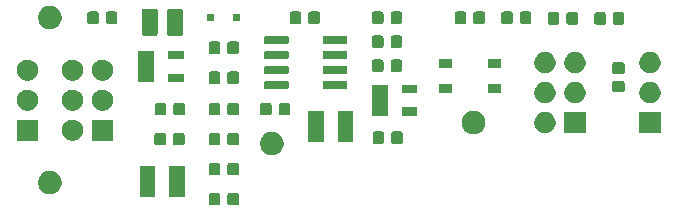
<source format=gbr>
G04 #@! TF.GenerationSoftware,KiCad,Pcbnew,(5.1.5)-3*
G04 #@! TF.CreationDate,2020-10-19T00:58:10-04:00*
G04 #@! TF.ProjectId,Updifier,55706469-6669-4657-922e-6b696361645f,rev?*
G04 #@! TF.SameCoordinates,Original*
G04 #@! TF.FileFunction,Soldermask,Top*
G04 #@! TF.FilePolarity,Negative*
%FSLAX46Y46*%
G04 Gerber Fmt 4.6, Leading zero omitted, Abs format (unit mm)*
G04 Created by KiCad (PCBNEW (5.1.5)-3) date 2020-10-19 00:58:10*
%MOMM*%
%LPD*%
G04 APERTURE LIST*
%ADD10C,0.100000*%
G04 APERTURE END LIST*
D10*
G36*
X43801591Y-39610085D02*
G01*
X43835569Y-39620393D01*
X43866890Y-39637134D01*
X43894339Y-39659661D01*
X43916866Y-39687110D01*
X43933607Y-39718431D01*
X43943915Y-39752409D01*
X43948000Y-39793890D01*
X43948000Y-40470110D01*
X43943915Y-40511591D01*
X43933607Y-40545569D01*
X43916866Y-40576890D01*
X43894339Y-40604339D01*
X43866890Y-40626866D01*
X43835569Y-40643607D01*
X43801591Y-40653915D01*
X43760110Y-40658000D01*
X43158890Y-40658000D01*
X43117409Y-40653915D01*
X43083431Y-40643607D01*
X43052110Y-40626866D01*
X43024661Y-40604339D01*
X43002134Y-40576890D01*
X42985393Y-40545569D01*
X42975085Y-40511591D01*
X42971000Y-40470110D01*
X42971000Y-39793890D01*
X42975085Y-39752409D01*
X42985393Y-39718431D01*
X43002134Y-39687110D01*
X43024661Y-39659661D01*
X43052110Y-39637134D01*
X43083431Y-39620393D01*
X43117409Y-39610085D01*
X43158890Y-39606000D01*
X43760110Y-39606000D01*
X43801591Y-39610085D01*
G37*
G36*
X42226591Y-39610085D02*
G01*
X42260569Y-39620393D01*
X42291890Y-39637134D01*
X42319339Y-39659661D01*
X42341866Y-39687110D01*
X42358607Y-39718431D01*
X42368915Y-39752409D01*
X42373000Y-39793890D01*
X42373000Y-40470110D01*
X42368915Y-40511591D01*
X42358607Y-40545569D01*
X42341866Y-40576890D01*
X42319339Y-40604339D01*
X42291890Y-40626866D01*
X42260569Y-40643607D01*
X42226591Y-40653915D01*
X42185110Y-40658000D01*
X41583890Y-40658000D01*
X41542409Y-40653915D01*
X41508431Y-40643607D01*
X41477110Y-40626866D01*
X41449661Y-40604339D01*
X41427134Y-40576890D01*
X41410393Y-40545569D01*
X41400085Y-40511591D01*
X41396000Y-40470110D01*
X41396000Y-39793890D01*
X41400085Y-39752409D01*
X41410393Y-39718431D01*
X41427134Y-39687110D01*
X41449661Y-39659661D01*
X41477110Y-39637134D01*
X41508431Y-39620393D01*
X41542409Y-39610085D01*
X41583890Y-39606000D01*
X42185110Y-39606000D01*
X42226591Y-39610085D01*
G37*
G36*
X36866000Y-39909000D02*
G01*
X35564000Y-39909000D01*
X35564000Y-37307000D01*
X36866000Y-37307000D01*
X36866000Y-39909000D01*
G37*
G36*
X39366000Y-39909000D02*
G01*
X38064000Y-39909000D01*
X38064000Y-37307000D01*
X39366000Y-37307000D01*
X39366000Y-39909000D01*
G37*
G36*
X28167290Y-37760619D02*
G01*
X28231689Y-37773429D01*
X28413678Y-37848811D01*
X28577463Y-37958249D01*
X28716751Y-38097537D01*
X28826189Y-38261322D01*
X28901571Y-38443311D01*
X28940000Y-38636509D01*
X28940000Y-38833491D01*
X28901571Y-39026689D01*
X28826189Y-39208678D01*
X28716751Y-39372463D01*
X28577463Y-39511751D01*
X28413678Y-39621189D01*
X28231689Y-39696571D01*
X28167290Y-39709381D01*
X28038493Y-39735000D01*
X27841507Y-39735000D01*
X27712710Y-39709381D01*
X27648311Y-39696571D01*
X27466322Y-39621189D01*
X27302537Y-39511751D01*
X27163249Y-39372463D01*
X27053811Y-39208678D01*
X26978429Y-39026689D01*
X26940000Y-38833491D01*
X26940000Y-38636509D01*
X26978429Y-38443311D01*
X27053811Y-38261322D01*
X27163249Y-38097537D01*
X27302537Y-37958249D01*
X27466322Y-37848811D01*
X27648311Y-37773429D01*
X27712710Y-37760619D01*
X27841507Y-37735000D01*
X28038493Y-37735000D01*
X28167290Y-37760619D01*
G37*
G36*
X42226591Y-37070085D02*
G01*
X42260569Y-37080393D01*
X42291890Y-37097134D01*
X42319339Y-37119661D01*
X42341866Y-37147110D01*
X42358607Y-37178431D01*
X42368915Y-37212409D01*
X42373000Y-37253890D01*
X42373000Y-37930110D01*
X42368915Y-37971591D01*
X42358607Y-38005569D01*
X42341866Y-38036890D01*
X42319339Y-38064339D01*
X42291890Y-38086866D01*
X42260569Y-38103607D01*
X42226591Y-38113915D01*
X42185110Y-38118000D01*
X41583890Y-38118000D01*
X41542409Y-38113915D01*
X41508431Y-38103607D01*
X41477110Y-38086866D01*
X41449661Y-38064339D01*
X41427134Y-38036890D01*
X41410393Y-38005569D01*
X41400085Y-37971591D01*
X41396000Y-37930110D01*
X41396000Y-37253890D01*
X41400085Y-37212409D01*
X41410393Y-37178431D01*
X41427134Y-37147110D01*
X41449661Y-37119661D01*
X41477110Y-37097134D01*
X41508431Y-37080393D01*
X41542409Y-37070085D01*
X41583890Y-37066000D01*
X42185110Y-37066000D01*
X42226591Y-37070085D01*
G37*
G36*
X43801591Y-37070085D02*
G01*
X43835569Y-37080393D01*
X43866890Y-37097134D01*
X43894339Y-37119661D01*
X43916866Y-37147110D01*
X43933607Y-37178431D01*
X43943915Y-37212409D01*
X43948000Y-37253890D01*
X43948000Y-37930110D01*
X43943915Y-37971591D01*
X43933607Y-38005569D01*
X43916866Y-38036890D01*
X43894339Y-38064339D01*
X43866890Y-38086866D01*
X43835569Y-38103607D01*
X43801591Y-38113915D01*
X43760110Y-38118000D01*
X43158890Y-38118000D01*
X43117409Y-38113915D01*
X43083431Y-38103607D01*
X43052110Y-38086866D01*
X43024661Y-38064339D01*
X43002134Y-38036890D01*
X42985393Y-38005569D01*
X42975085Y-37971591D01*
X42971000Y-37930110D01*
X42971000Y-37253890D01*
X42975085Y-37212409D01*
X42985393Y-37178431D01*
X43002134Y-37147110D01*
X43024661Y-37119661D01*
X43052110Y-37097134D01*
X43083431Y-37080393D01*
X43117409Y-37070085D01*
X43158890Y-37066000D01*
X43760110Y-37066000D01*
X43801591Y-37070085D01*
G37*
G36*
X46933335Y-34452661D02*
G01*
X47027689Y-34471429D01*
X47209678Y-34546811D01*
X47373463Y-34656249D01*
X47512751Y-34795537D01*
X47622189Y-34959322D01*
X47697571Y-35141311D01*
X47707455Y-35191000D01*
X47736000Y-35334507D01*
X47736000Y-35531493D01*
X47726749Y-35578000D01*
X47697571Y-35724689D01*
X47622189Y-35906678D01*
X47512751Y-36070463D01*
X47373463Y-36209751D01*
X47209678Y-36319189D01*
X47027689Y-36394571D01*
X46963290Y-36407381D01*
X46834493Y-36433000D01*
X46637507Y-36433000D01*
X46508710Y-36407381D01*
X46444311Y-36394571D01*
X46262322Y-36319189D01*
X46098537Y-36209751D01*
X45959249Y-36070463D01*
X45849811Y-35906678D01*
X45774429Y-35724689D01*
X45745251Y-35578000D01*
X45736000Y-35531493D01*
X45736000Y-35334507D01*
X45764545Y-35191000D01*
X45774429Y-35141311D01*
X45849811Y-34959322D01*
X45959249Y-34795537D01*
X46098537Y-34656249D01*
X46262322Y-34546811D01*
X46444311Y-34471429D01*
X46538665Y-34452661D01*
X46637507Y-34433000D01*
X46834493Y-34433000D01*
X46933335Y-34452661D01*
G37*
G36*
X42226591Y-34530085D02*
G01*
X42260569Y-34540393D01*
X42291890Y-34557134D01*
X42319339Y-34579661D01*
X42341866Y-34607110D01*
X42358607Y-34638431D01*
X42368915Y-34672409D01*
X42373000Y-34713890D01*
X42373000Y-35390110D01*
X42368915Y-35431591D01*
X42358607Y-35465569D01*
X42341866Y-35496890D01*
X42319339Y-35524339D01*
X42291890Y-35546866D01*
X42260569Y-35563607D01*
X42226591Y-35573915D01*
X42185110Y-35578000D01*
X41583890Y-35578000D01*
X41542409Y-35573915D01*
X41508431Y-35563607D01*
X41477110Y-35546866D01*
X41449661Y-35524339D01*
X41427134Y-35496890D01*
X41410393Y-35465569D01*
X41400085Y-35431591D01*
X41396000Y-35390110D01*
X41396000Y-34713890D01*
X41400085Y-34672409D01*
X41410393Y-34638431D01*
X41427134Y-34607110D01*
X41449661Y-34579661D01*
X41477110Y-34557134D01*
X41508431Y-34540393D01*
X41542409Y-34530085D01*
X41583890Y-34526000D01*
X42185110Y-34526000D01*
X42226591Y-34530085D01*
G37*
G36*
X43801591Y-34530085D02*
G01*
X43835569Y-34540393D01*
X43866890Y-34557134D01*
X43894339Y-34579661D01*
X43916866Y-34607110D01*
X43933607Y-34638431D01*
X43943915Y-34672409D01*
X43948000Y-34713890D01*
X43948000Y-35390110D01*
X43943915Y-35431591D01*
X43933607Y-35465569D01*
X43916866Y-35496890D01*
X43894339Y-35524339D01*
X43866890Y-35546866D01*
X43835569Y-35563607D01*
X43801591Y-35573915D01*
X43760110Y-35578000D01*
X43158890Y-35578000D01*
X43117409Y-35573915D01*
X43083431Y-35563607D01*
X43052110Y-35546866D01*
X43024661Y-35524339D01*
X43002134Y-35496890D01*
X42985393Y-35465569D01*
X42975085Y-35431591D01*
X42971000Y-35390110D01*
X42971000Y-34713890D01*
X42975085Y-34672409D01*
X42985393Y-34638431D01*
X43002134Y-34607110D01*
X43024661Y-34579661D01*
X43052110Y-34557134D01*
X43083431Y-34540393D01*
X43117409Y-34530085D01*
X43158890Y-34526000D01*
X43760110Y-34526000D01*
X43801591Y-34530085D01*
G37*
G36*
X39204091Y-34530085D02*
G01*
X39238069Y-34540393D01*
X39269390Y-34557134D01*
X39296839Y-34579661D01*
X39319366Y-34607110D01*
X39336107Y-34638431D01*
X39346415Y-34672409D01*
X39350500Y-34713890D01*
X39350500Y-35390110D01*
X39346415Y-35431591D01*
X39336107Y-35465569D01*
X39319366Y-35496890D01*
X39296839Y-35524339D01*
X39269390Y-35546866D01*
X39238069Y-35563607D01*
X39204091Y-35573915D01*
X39162610Y-35578000D01*
X38561390Y-35578000D01*
X38519909Y-35573915D01*
X38485931Y-35563607D01*
X38454610Y-35546866D01*
X38427161Y-35524339D01*
X38404634Y-35496890D01*
X38387893Y-35465569D01*
X38377585Y-35431591D01*
X38373500Y-35390110D01*
X38373500Y-34713890D01*
X38377585Y-34672409D01*
X38387893Y-34638431D01*
X38404634Y-34607110D01*
X38427161Y-34579661D01*
X38454610Y-34557134D01*
X38485931Y-34540393D01*
X38519909Y-34530085D01*
X38561390Y-34526000D01*
X39162610Y-34526000D01*
X39204091Y-34530085D01*
G37*
G36*
X37629091Y-34530085D02*
G01*
X37663069Y-34540393D01*
X37694390Y-34557134D01*
X37721839Y-34579661D01*
X37744366Y-34607110D01*
X37761107Y-34638431D01*
X37771415Y-34672409D01*
X37775500Y-34713890D01*
X37775500Y-35390110D01*
X37771415Y-35431591D01*
X37761107Y-35465569D01*
X37744366Y-35496890D01*
X37721839Y-35524339D01*
X37694390Y-35546866D01*
X37663069Y-35563607D01*
X37629091Y-35573915D01*
X37587610Y-35578000D01*
X36986390Y-35578000D01*
X36944909Y-35573915D01*
X36910931Y-35563607D01*
X36879610Y-35546866D01*
X36852161Y-35524339D01*
X36829634Y-35496890D01*
X36812893Y-35465569D01*
X36802585Y-35431591D01*
X36798500Y-35390110D01*
X36798500Y-34713890D01*
X36802585Y-34672409D01*
X36812893Y-34638431D01*
X36829634Y-34607110D01*
X36852161Y-34579661D01*
X36879610Y-34557134D01*
X36910931Y-34540393D01*
X36944909Y-34530085D01*
X36986390Y-34526000D01*
X37587610Y-34526000D01*
X37629091Y-34530085D01*
G37*
G36*
X56095091Y-34403085D02*
G01*
X56129069Y-34413393D01*
X56160390Y-34430134D01*
X56187839Y-34452661D01*
X56210366Y-34480110D01*
X56227107Y-34511431D01*
X56237415Y-34545409D01*
X56241500Y-34586890D01*
X56241500Y-35263110D01*
X56237415Y-35304591D01*
X56227107Y-35338569D01*
X56210366Y-35369890D01*
X56187839Y-35397339D01*
X56160390Y-35419866D01*
X56129069Y-35436607D01*
X56095091Y-35446915D01*
X56053610Y-35451000D01*
X55452390Y-35451000D01*
X55410909Y-35446915D01*
X55376931Y-35436607D01*
X55345610Y-35419866D01*
X55318161Y-35397339D01*
X55295634Y-35369890D01*
X55278893Y-35338569D01*
X55268585Y-35304591D01*
X55264500Y-35263110D01*
X55264500Y-34586890D01*
X55268585Y-34545409D01*
X55278893Y-34511431D01*
X55295634Y-34480110D01*
X55318161Y-34452661D01*
X55345610Y-34430134D01*
X55376931Y-34413393D01*
X55410909Y-34403085D01*
X55452390Y-34399000D01*
X56053610Y-34399000D01*
X56095091Y-34403085D01*
G37*
G36*
X57670091Y-34403085D02*
G01*
X57704069Y-34413393D01*
X57735390Y-34430134D01*
X57762839Y-34452661D01*
X57785366Y-34480110D01*
X57802107Y-34511431D01*
X57812415Y-34545409D01*
X57816500Y-34586890D01*
X57816500Y-35263110D01*
X57812415Y-35304591D01*
X57802107Y-35338569D01*
X57785366Y-35369890D01*
X57762839Y-35397339D01*
X57735390Y-35419866D01*
X57704069Y-35436607D01*
X57670091Y-35446915D01*
X57628610Y-35451000D01*
X57027390Y-35451000D01*
X56985909Y-35446915D01*
X56951931Y-35436607D01*
X56920610Y-35419866D01*
X56893161Y-35397339D01*
X56870634Y-35369890D01*
X56853893Y-35338569D01*
X56843585Y-35304591D01*
X56839500Y-35263110D01*
X56839500Y-34586890D01*
X56843585Y-34545409D01*
X56853893Y-34511431D01*
X56870634Y-34480110D01*
X56893161Y-34452661D01*
X56920610Y-34430134D01*
X56951931Y-34413393D01*
X56985909Y-34403085D01*
X57027390Y-34399000D01*
X57628610Y-34399000D01*
X57670091Y-34403085D01*
G37*
G36*
X53610000Y-35276000D02*
G01*
X52308000Y-35276000D01*
X52308000Y-32674000D01*
X53610000Y-32674000D01*
X53610000Y-35276000D01*
G37*
G36*
X51110000Y-35276000D02*
G01*
X49808000Y-35276000D01*
X49808000Y-32674000D01*
X51110000Y-32674000D01*
X51110000Y-35276000D01*
G37*
G36*
X26936000Y-35191000D02*
G01*
X25134000Y-35191000D01*
X25134000Y-33389000D01*
X26936000Y-33389000D01*
X26936000Y-35191000D01*
G37*
G36*
X29949769Y-33392188D02*
G01*
X30107812Y-33423624D01*
X30271784Y-33491544D01*
X30419354Y-33590147D01*
X30544853Y-33715646D01*
X30643456Y-33863216D01*
X30711376Y-34027188D01*
X30746000Y-34201259D01*
X30746000Y-34378741D01*
X30711376Y-34552812D01*
X30643456Y-34716784D01*
X30544853Y-34864354D01*
X30419354Y-34989853D01*
X30271784Y-35088456D01*
X30107812Y-35156376D01*
X29958512Y-35186073D01*
X29933742Y-35191000D01*
X29756258Y-35191000D01*
X29731488Y-35186073D01*
X29582188Y-35156376D01*
X29418216Y-35088456D01*
X29270646Y-34989853D01*
X29145147Y-34864354D01*
X29046544Y-34716784D01*
X28978624Y-34552812D01*
X28944000Y-34378741D01*
X28944000Y-34201259D01*
X28978624Y-34027188D01*
X29046544Y-33863216D01*
X29145147Y-33715646D01*
X29270646Y-33590147D01*
X29418216Y-33491544D01*
X29582188Y-33423624D01*
X29740231Y-33392188D01*
X29756258Y-33389000D01*
X29933742Y-33389000D01*
X29949769Y-33392188D01*
G37*
G36*
X33286000Y-35191000D02*
G01*
X31484000Y-35191000D01*
X31484000Y-33389000D01*
X33286000Y-33389000D01*
X33286000Y-35191000D01*
G37*
G36*
X64011512Y-32674000D02*
G01*
X64109189Y-32693429D01*
X64291178Y-32768811D01*
X64454963Y-32878249D01*
X64594251Y-33017537D01*
X64703689Y-33181322D01*
X64779071Y-33363311D01*
X64817500Y-33556509D01*
X64817500Y-33753491D01*
X64779071Y-33946689D01*
X64703689Y-34128678D01*
X64594251Y-34292463D01*
X64454963Y-34431751D01*
X64291178Y-34541189D01*
X64109189Y-34616571D01*
X64044790Y-34629381D01*
X63915993Y-34655000D01*
X63719007Y-34655000D01*
X63590210Y-34629381D01*
X63525811Y-34616571D01*
X63343822Y-34541189D01*
X63180037Y-34431751D01*
X63040749Y-34292463D01*
X62931311Y-34128678D01*
X62855929Y-33946689D01*
X62817500Y-33753491D01*
X62817500Y-33556509D01*
X62855929Y-33363311D01*
X62931311Y-33181322D01*
X63040749Y-33017537D01*
X63180037Y-32878249D01*
X63343822Y-32768811D01*
X63525811Y-32693429D01*
X63623488Y-32674000D01*
X63719007Y-32655000D01*
X63915993Y-32655000D01*
X64011512Y-32674000D01*
G37*
G36*
X73291000Y-34556000D02*
G01*
X71489000Y-34556000D01*
X71489000Y-32754000D01*
X73291000Y-32754000D01*
X73291000Y-34556000D01*
G37*
G36*
X69963512Y-32758927D02*
G01*
X70112812Y-32788624D01*
X70276784Y-32856544D01*
X70424354Y-32955147D01*
X70549853Y-33080646D01*
X70648456Y-33228216D01*
X70716376Y-33392188D01*
X70751000Y-33566259D01*
X70751000Y-33743741D01*
X70716376Y-33917812D01*
X70648456Y-34081784D01*
X70549853Y-34229354D01*
X70424354Y-34354853D01*
X70276784Y-34453456D01*
X70112812Y-34521376D01*
X69984938Y-34546811D01*
X69938742Y-34556000D01*
X69761258Y-34556000D01*
X69715062Y-34546811D01*
X69587188Y-34521376D01*
X69423216Y-34453456D01*
X69275646Y-34354853D01*
X69150147Y-34229354D01*
X69051544Y-34081784D01*
X68983624Y-33917812D01*
X68949000Y-33743741D01*
X68949000Y-33566259D01*
X68983624Y-33392188D01*
X69051544Y-33228216D01*
X69150147Y-33080646D01*
X69275646Y-32955147D01*
X69423216Y-32856544D01*
X69587188Y-32788624D01*
X69736488Y-32758927D01*
X69761258Y-32754000D01*
X69938742Y-32754000D01*
X69963512Y-32758927D01*
G37*
G36*
X79641000Y-34556000D02*
G01*
X77839000Y-34556000D01*
X77839000Y-32754000D01*
X79641000Y-32754000D01*
X79641000Y-34556000D01*
G37*
G36*
X59031000Y-33051000D02*
G01*
X57729000Y-33051000D01*
X57729000Y-32349000D01*
X59031000Y-32349000D01*
X59031000Y-33051000D01*
G37*
G36*
X56531000Y-33051000D02*
G01*
X55229000Y-33051000D01*
X55229000Y-30449000D01*
X56531000Y-30449000D01*
X56531000Y-33051000D01*
G37*
G36*
X46570091Y-31990085D02*
G01*
X46604069Y-32000393D01*
X46635390Y-32017134D01*
X46662839Y-32039661D01*
X46685366Y-32067110D01*
X46702107Y-32098431D01*
X46712415Y-32132409D01*
X46716500Y-32173890D01*
X46716500Y-32850110D01*
X46712415Y-32891591D01*
X46702107Y-32925569D01*
X46685366Y-32956890D01*
X46662839Y-32984339D01*
X46635390Y-33006866D01*
X46604069Y-33023607D01*
X46570091Y-33033915D01*
X46528610Y-33038000D01*
X45927390Y-33038000D01*
X45885909Y-33033915D01*
X45851931Y-33023607D01*
X45820610Y-33006866D01*
X45793161Y-32984339D01*
X45770634Y-32956890D01*
X45753893Y-32925569D01*
X45743585Y-32891591D01*
X45739500Y-32850110D01*
X45739500Y-32173890D01*
X45743585Y-32132409D01*
X45753893Y-32098431D01*
X45770634Y-32067110D01*
X45793161Y-32039661D01*
X45820610Y-32017134D01*
X45851931Y-32000393D01*
X45885909Y-31990085D01*
X45927390Y-31986000D01*
X46528610Y-31986000D01*
X46570091Y-31990085D01*
G37*
G36*
X37654591Y-31990085D02*
G01*
X37688569Y-32000393D01*
X37719890Y-32017134D01*
X37747339Y-32039661D01*
X37769866Y-32067110D01*
X37786607Y-32098431D01*
X37796915Y-32132409D01*
X37801000Y-32173890D01*
X37801000Y-32850110D01*
X37796915Y-32891591D01*
X37786607Y-32925569D01*
X37769866Y-32956890D01*
X37747339Y-32984339D01*
X37719890Y-33006866D01*
X37688569Y-33023607D01*
X37654591Y-33033915D01*
X37613110Y-33038000D01*
X37011890Y-33038000D01*
X36970409Y-33033915D01*
X36936431Y-33023607D01*
X36905110Y-33006866D01*
X36877661Y-32984339D01*
X36855134Y-32956890D01*
X36838393Y-32925569D01*
X36828085Y-32891591D01*
X36824000Y-32850110D01*
X36824000Y-32173890D01*
X36828085Y-32132409D01*
X36838393Y-32098431D01*
X36855134Y-32067110D01*
X36877661Y-32039661D01*
X36905110Y-32017134D01*
X36936431Y-32000393D01*
X36970409Y-31990085D01*
X37011890Y-31986000D01*
X37613110Y-31986000D01*
X37654591Y-31990085D01*
G37*
G36*
X43801591Y-31990085D02*
G01*
X43835569Y-32000393D01*
X43866890Y-32017134D01*
X43894339Y-32039661D01*
X43916866Y-32067110D01*
X43933607Y-32098431D01*
X43943915Y-32132409D01*
X43948000Y-32173890D01*
X43948000Y-32850110D01*
X43943915Y-32891591D01*
X43933607Y-32925569D01*
X43916866Y-32956890D01*
X43894339Y-32984339D01*
X43866890Y-33006866D01*
X43835569Y-33023607D01*
X43801591Y-33033915D01*
X43760110Y-33038000D01*
X43158890Y-33038000D01*
X43117409Y-33033915D01*
X43083431Y-33023607D01*
X43052110Y-33006866D01*
X43024661Y-32984339D01*
X43002134Y-32956890D01*
X42985393Y-32925569D01*
X42975085Y-32891591D01*
X42971000Y-32850110D01*
X42971000Y-32173890D01*
X42975085Y-32132409D01*
X42985393Y-32098431D01*
X43002134Y-32067110D01*
X43024661Y-32039661D01*
X43052110Y-32017134D01*
X43083431Y-32000393D01*
X43117409Y-31990085D01*
X43158890Y-31986000D01*
X43760110Y-31986000D01*
X43801591Y-31990085D01*
G37*
G36*
X42226591Y-31990085D02*
G01*
X42260569Y-32000393D01*
X42291890Y-32017134D01*
X42319339Y-32039661D01*
X42341866Y-32067110D01*
X42358607Y-32098431D01*
X42368915Y-32132409D01*
X42373000Y-32173890D01*
X42373000Y-32850110D01*
X42368915Y-32891591D01*
X42358607Y-32925569D01*
X42341866Y-32956890D01*
X42319339Y-32984339D01*
X42291890Y-33006866D01*
X42260569Y-33023607D01*
X42226591Y-33033915D01*
X42185110Y-33038000D01*
X41583890Y-33038000D01*
X41542409Y-33033915D01*
X41508431Y-33023607D01*
X41477110Y-33006866D01*
X41449661Y-32984339D01*
X41427134Y-32956890D01*
X41410393Y-32925569D01*
X41400085Y-32891591D01*
X41396000Y-32850110D01*
X41396000Y-32173890D01*
X41400085Y-32132409D01*
X41410393Y-32098431D01*
X41427134Y-32067110D01*
X41449661Y-32039661D01*
X41477110Y-32017134D01*
X41508431Y-32000393D01*
X41542409Y-31990085D01*
X41583890Y-31986000D01*
X42185110Y-31986000D01*
X42226591Y-31990085D01*
G37*
G36*
X39229591Y-31990085D02*
G01*
X39263569Y-32000393D01*
X39294890Y-32017134D01*
X39322339Y-32039661D01*
X39344866Y-32067110D01*
X39361607Y-32098431D01*
X39371915Y-32132409D01*
X39376000Y-32173890D01*
X39376000Y-32850110D01*
X39371915Y-32891591D01*
X39361607Y-32925569D01*
X39344866Y-32956890D01*
X39322339Y-32984339D01*
X39294890Y-33006866D01*
X39263569Y-33023607D01*
X39229591Y-33033915D01*
X39188110Y-33038000D01*
X38586890Y-33038000D01*
X38545409Y-33033915D01*
X38511431Y-33023607D01*
X38480110Y-33006866D01*
X38452661Y-32984339D01*
X38430134Y-32956890D01*
X38413393Y-32925569D01*
X38403085Y-32891591D01*
X38399000Y-32850110D01*
X38399000Y-32173890D01*
X38403085Y-32132409D01*
X38413393Y-32098431D01*
X38430134Y-32067110D01*
X38452661Y-32039661D01*
X38480110Y-32017134D01*
X38511431Y-32000393D01*
X38545409Y-31990085D01*
X38586890Y-31986000D01*
X39188110Y-31986000D01*
X39229591Y-31990085D01*
G37*
G36*
X48145091Y-31990085D02*
G01*
X48179069Y-32000393D01*
X48210390Y-32017134D01*
X48237839Y-32039661D01*
X48260366Y-32067110D01*
X48277107Y-32098431D01*
X48287415Y-32132409D01*
X48291500Y-32173890D01*
X48291500Y-32850110D01*
X48287415Y-32891591D01*
X48277107Y-32925569D01*
X48260366Y-32956890D01*
X48237839Y-32984339D01*
X48210390Y-33006866D01*
X48179069Y-33023607D01*
X48145091Y-33033915D01*
X48103610Y-33038000D01*
X47502390Y-33038000D01*
X47460909Y-33033915D01*
X47426931Y-33023607D01*
X47395610Y-33006866D01*
X47368161Y-32984339D01*
X47345634Y-32956890D01*
X47328893Y-32925569D01*
X47318585Y-32891591D01*
X47314500Y-32850110D01*
X47314500Y-32173890D01*
X47318585Y-32132409D01*
X47328893Y-32098431D01*
X47345634Y-32067110D01*
X47368161Y-32039661D01*
X47395610Y-32017134D01*
X47426931Y-32000393D01*
X47460909Y-31990085D01*
X47502390Y-31986000D01*
X48103610Y-31986000D01*
X48145091Y-31990085D01*
G37*
G36*
X26135053Y-30851250D02*
G01*
X26297812Y-30883624D01*
X26461784Y-30951544D01*
X26609354Y-31050147D01*
X26734853Y-31175646D01*
X26833456Y-31323216D01*
X26901376Y-31487188D01*
X26936000Y-31661259D01*
X26936000Y-31838741D01*
X26901376Y-32012812D01*
X26833456Y-32176784D01*
X26734853Y-32324354D01*
X26609354Y-32449853D01*
X26461784Y-32548456D01*
X26297812Y-32616376D01*
X26148512Y-32646073D01*
X26123742Y-32651000D01*
X25946258Y-32651000D01*
X25921488Y-32646073D01*
X25772188Y-32616376D01*
X25608216Y-32548456D01*
X25460646Y-32449853D01*
X25335147Y-32324354D01*
X25236544Y-32176784D01*
X25168624Y-32012812D01*
X25134000Y-31838741D01*
X25134000Y-31661259D01*
X25168624Y-31487188D01*
X25236544Y-31323216D01*
X25335147Y-31175646D01*
X25460646Y-31050147D01*
X25608216Y-30951544D01*
X25772188Y-30883624D01*
X25934947Y-30851250D01*
X25946258Y-30849000D01*
X26123742Y-30849000D01*
X26135053Y-30851250D01*
G37*
G36*
X32485053Y-30851250D02*
G01*
X32647812Y-30883624D01*
X32811784Y-30951544D01*
X32959354Y-31050147D01*
X33084853Y-31175646D01*
X33183456Y-31323216D01*
X33251376Y-31487188D01*
X33286000Y-31661259D01*
X33286000Y-31838741D01*
X33251376Y-32012812D01*
X33183456Y-32176784D01*
X33084853Y-32324354D01*
X32959354Y-32449853D01*
X32811784Y-32548456D01*
X32647812Y-32616376D01*
X32498512Y-32646073D01*
X32473742Y-32651000D01*
X32296258Y-32651000D01*
X32271488Y-32646073D01*
X32122188Y-32616376D01*
X31958216Y-32548456D01*
X31810646Y-32449853D01*
X31685147Y-32324354D01*
X31586544Y-32176784D01*
X31518624Y-32012812D01*
X31484000Y-31838741D01*
X31484000Y-31661259D01*
X31518624Y-31487188D01*
X31586544Y-31323216D01*
X31685147Y-31175646D01*
X31810646Y-31050147D01*
X31958216Y-30951544D01*
X32122188Y-30883624D01*
X32284947Y-30851250D01*
X32296258Y-30849000D01*
X32473742Y-30849000D01*
X32485053Y-30851250D01*
G37*
G36*
X29945053Y-30851250D02*
G01*
X30107812Y-30883624D01*
X30271784Y-30951544D01*
X30419354Y-31050147D01*
X30544853Y-31175646D01*
X30643456Y-31323216D01*
X30711376Y-31487188D01*
X30746000Y-31661259D01*
X30746000Y-31838741D01*
X30711376Y-32012812D01*
X30643456Y-32176784D01*
X30544853Y-32324354D01*
X30419354Y-32449853D01*
X30271784Y-32548456D01*
X30107812Y-32616376D01*
X29958512Y-32646073D01*
X29933742Y-32651000D01*
X29756258Y-32651000D01*
X29731488Y-32646073D01*
X29582188Y-32616376D01*
X29418216Y-32548456D01*
X29270646Y-32449853D01*
X29145147Y-32324354D01*
X29046544Y-32176784D01*
X28978624Y-32012812D01*
X28944000Y-31838741D01*
X28944000Y-31661259D01*
X28978624Y-31487188D01*
X29046544Y-31323216D01*
X29145147Y-31175646D01*
X29270646Y-31050147D01*
X29418216Y-30951544D01*
X29582188Y-30883624D01*
X29744947Y-30851250D01*
X29756258Y-30849000D01*
X29933742Y-30849000D01*
X29945053Y-30851250D01*
G37*
G36*
X78853512Y-30218927D02*
G01*
X79002812Y-30248624D01*
X79166784Y-30316544D01*
X79314354Y-30415147D01*
X79439853Y-30540646D01*
X79538456Y-30688216D01*
X79606376Y-30852188D01*
X79641000Y-31026259D01*
X79641000Y-31203741D01*
X79606376Y-31377812D01*
X79538456Y-31541784D01*
X79439853Y-31689354D01*
X79314354Y-31814853D01*
X79166784Y-31913456D01*
X79002812Y-31981376D01*
X78853512Y-32011073D01*
X78828742Y-32016000D01*
X78651258Y-32016000D01*
X78626488Y-32011073D01*
X78477188Y-31981376D01*
X78313216Y-31913456D01*
X78165646Y-31814853D01*
X78040147Y-31689354D01*
X77941544Y-31541784D01*
X77873624Y-31377812D01*
X77839000Y-31203741D01*
X77839000Y-31026259D01*
X77873624Y-30852188D01*
X77941544Y-30688216D01*
X78040147Y-30540646D01*
X78165646Y-30415147D01*
X78313216Y-30316544D01*
X78477188Y-30248624D01*
X78626488Y-30218927D01*
X78651258Y-30214000D01*
X78828742Y-30214000D01*
X78853512Y-30218927D01*
G37*
G36*
X72503512Y-30218927D02*
G01*
X72652812Y-30248624D01*
X72816784Y-30316544D01*
X72964354Y-30415147D01*
X73089853Y-30540646D01*
X73188456Y-30688216D01*
X73256376Y-30852188D01*
X73291000Y-31026259D01*
X73291000Y-31203741D01*
X73256376Y-31377812D01*
X73188456Y-31541784D01*
X73089853Y-31689354D01*
X72964354Y-31814853D01*
X72816784Y-31913456D01*
X72652812Y-31981376D01*
X72503512Y-32011073D01*
X72478742Y-32016000D01*
X72301258Y-32016000D01*
X72276488Y-32011073D01*
X72127188Y-31981376D01*
X71963216Y-31913456D01*
X71815646Y-31814853D01*
X71690147Y-31689354D01*
X71591544Y-31541784D01*
X71523624Y-31377812D01*
X71489000Y-31203741D01*
X71489000Y-31026259D01*
X71523624Y-30852188D01*
X71591544Y-30688216D01*
X71690147Y-30540646D01*
X71815646Y-30415147D01*
X71963216Y-30316544D01*
X72127188Y-30248624D01*
X72276488Y-30218927D01*
X72301258Y-30214000D01*
X72478742Y-30214000D01*
X72503512Y-30218927D01*
G37*
G36*
X69963512Y-30218927D02*
G01*
X70112812Y-30248624D01*
X70276784Y-30316544D01*
X70424354Y-30415147D01*
X70549853Y-30540646D01*
X70648456Y-30688216D01*
X70716376Y-30852188D01*
X70751000Y-31026259D01*
X70751000Y-31203741D01*
X70716376Y-31377812D01*
X70648456Y-31541784D01*
X70549853Y-31689354D01*
X70424354Y-31814853D01*
X70276784Y-31913456D01*
X70112812Y-31981376D01*
X69963512Y-32011073D01*
X69938742Y-32016000D01*
X69761258Y-32016000D01*
X69736488Y-32011073D01*
X69587188Y-31981376D01*
X69423216Y-31913456D01*
X69275646Y-31814853D01*
X69150147Y-31689354D01*
X69051544Y-31541784D01*
X68983624Y-31377812D01*
X68949000Y-31203741D01*
X68949000Y-31026259D01*
X68983624Y-30852188D01*
X69051544Y-30688216D01*
X69150147Y-30540646D01*
X69275646Y-30415147D01*
X69423216Y-30316544D01*
X69587188Y-30248624D01*
X69736488Y-30218927D01*
X69761258Y-30214000D01*
X69938742Y-30214000D01*
X69963512Y-30218927D01*
G37*
G36*
X66151000Y-31169000D02*
G01*
X64999000Y-31169000D01*
X64999000Y-30417000D01*
X66151000Y-30417000D01*
X66151000Y-31169000D01*
G37*
G36*
X62001000Y-31169000D02*
G01*
X60849000Y-31169000D01*
X60849000Y-30417000D01*
X62001000Y-30417000D01*
X62001000Y-31169000D01*
G37*
G36*
X59031000Y-31151000D02*
G01*
X57729000Y-31151000D01*
X57729000Y-30449000D01*
X59031000Y-30449000D01*
X59031000Y-31151000D01*
G37*
G36*
X76452591Y-30122585D02*
G01*
X76486569Y-30132893D01*
X76517890Y-30149634D01*
X76545339Y-30172161D01*
X76567866Y-30199610D01*
X76584607Y-30230931D01*
X76594915Y-30264909D01*
X76599000Y-30306390D01*
X76599000Y-30907610D01*
X76594915Y-30949091D01*
X76584607Y-30983069D01*
X76567866Y-31014390D01*
X76545339Y-31041839D01*
X76517890Y-31064366D01*
X76486569Y-31081107D01*
X76452591Y-31091415D01*
X76411110Y-31095500D01*
X75734890Y-31095500D01*
X75693409Y-31091415D01*
X75659431Y-31081107D01*
X75628110Y-31064366D01*
X75600661Y-31041839D01*
X75578134Y-31014390D01*
X75561393Y-30983069D01*
X75551085Y-30949091D01*
X75547000Y-30907610D01*
X75547000Y-30306390D01*
X75551085Y-30264909D01*
X75561393Y-30230931D01*
X75578134Y-30199610D01*
X75600661Y-30172161D01*
X75628110Y-30149634D01*
X75659431Y-30132893D01*
X75693409Y-30122585D01*
X75734890Y-30118500D01*
X76411110Y-30118500D01*
X76452591Y-30122585D01*
G37*
G36*
X53004928Y-30131764D02*
G01*
X53026009Y-30138160D01*
X53045445Y-30148548D01*
X53062476Y-30162524D01*
X53076452Y-30179555D01*
X53086840Y-30198991D01*
X53093236Y-30220072D01*
X53096000Y-30248140D01*
X53096000Y-30711860D01*
X53093236Y-30739928D01*
X53086840Y-30761009D01*
X53076452Y-30780445D01*
X53062476Y-30797476D01*
X53045445Y-30811452D01*
X53026009Y-30821840D01*
X53004928Y-30828236D01*
X52976860Y-30831000D01*
X51163140Y-30831000D01*
X51135072Y-30828236D01*
X51113991Y-30821840D01*
X51094555Y-30811452D01*
X51077524Y-30797476D01*
X51063548Y-30780445D01*
X51053160Y-30761009D01*
X51046764Y-30739928D01*
X51044000Y-30711860D01*
X51044000Y-30248140D01*
X51046764Y-30220072D01*
X51053160Y-30198991D01*
X51063548Y-30179555D01*
X51077524Y-30162524D01*
X51094555Y-30148548D01*
X51113991Y-30138160D01*
X51135072Y-30131764D01*
X51163140Y-30129000D01*
X52976860Y-30129000D01*
X53004928Y-30131764D01*
G37*
G36*
X48054928Y-30131764D02*
G01*
X48076009Y-30138160D01*
X48095445Y-30148548D01*
X48112476Y-30162524D01*
X48126452Y-30179555D01*
X48136840Y-30198991D01*
X48143236Y-30220072D01*
X48146000Y-30248140D01*
X48146000Y-30711860D01*
X48143236Y-30739928D01*
X48136840Y-30761009D01*
X48126452Y-30780445D01*
X48112476Y-30797476D01*
X48095445Y-30811452D01*
X48076009Y-30821840D01*
X48054928Y-30828236D01*
X48026860Y-30831000D01*
X46213140Y-30831000D01*
X46185072Y-30828236D01*
X46163991Y-30821840D01*
X46144555Y-30811452D01*
X46127524Y-30797476D01*
X46113548Y-30780445D01*
X46103160Y-30761009D01*
X46096764Y-30739928D01*
X46094000Y-30711860D01*
X46094000Y-30248140D01*
X46096764Y-30220072D01*
X46103160Y-30198991D01*
X46113548Y-30179555D01*
X46127524Y-30162524D01*
X46144555Y-30148548D01*
X46163991Y-30138160D01*
X46185072Y-30131764D01*
X46213140Y-30129000D01*
X48026860Y-30129000D01*
X48054928Y-30131764D01*
G37*
G36*
X43801591Y-29323085D02*
G01*
X43835569Y-29333393D01*
X43866890Y-29350134D01*
X43894339Y-29372661D01*
X43916866Y-29400110D01*
X43933607Y-29431431D01*
X43943915Y-29465409D01*
X43948000Y-29506890D01*
X43948000Y-30183110D01*
X43943915Y-30224591D01*
X43933607Y-30258569D01*
X43916866Y-30289890D01*
X43894339Y-30317339D01*
X43866890Y-30339866D01*
X43835569Y-30356607D01*
X43801591Y-30366915D01*
X43760110Y-30371000D01*
X43158890Y-30371000D01*
X43117409Y-30366915D01*
X43083431Y-30356607D01*
X43052110Y-30339866D01*
X43024661Y-30317339D01*
X43002134Y-30289890D01*
X42985393Y-30258569D01*
X42975085Y-30224591D01*
X42971000Y-30183110D01*
X42971000Y-29506890D01*
X42975085Y-29465409D01*
X42985393Y-29431431D01*
X43002134Y-29400110D01*
X43024661Y-29372661D01*
X43052110Y-29350134D01*
X43083431Y-29333393D01*
X43117409Y-29323085D01*
X43158890Y-29319000D01*
X43760110Y-29319000D01*
X43801591Y-29323085D01*
G37*
G36*
X42226591Y-29323085D02*
G01*
X42260569Y-29333393D01*
X42291890Y-29350134D01*
X42319339Y-29372661D01*
X42341866Y-29400110D01*
X42358607Y-29431431D01*
X42368915Y-29465409D01*
X42373000Y-29506890D01*
X42373000Y-30183110D01*
X42368915Y-30224591D01*
X42358607Y-30258569D01*
X42341866Y-30289890D01*
X42319339Y-30317339D01*
X42291890Y-30339866D01*
X42260569Y-30356607D01*
X42226591Y-30366915D01*
X42185110Y-30371000D01*
X41583890Y-30371000D01*
X41542409Y-30366915D01*
X41508431Y-30356607D01*
X41477110Y-30339866D01*
X41449661Y-30317339D01*
X41427134Y-30289890D01*
X41410393Y-30258569D01*
X41400085Y-30224591D01*
X41396000Y-30183110D01*
X41396000Y-29506890D01*
X41400085Y-29465409D01*
X41410393Y-29431431D01*
X41427134Y-29400110D01*
X41449661Y-29372661D01*
X41477110Y-29350134D01*
X41508431Y-29333393D01*
X41542409Y-29323085D01*
X41583890Y-29319000D01*
X42185110Y-29319000D01*
X42226591Y-29323085D01*
G37*
G36*
X39284000Y-30196000D02*
G01*
X37932000Y-30196000D01*
X37932000Y-29494000D01*
X39284000Y-29494000D01*
X39284000Y-30196000D01*
G37*
G36*
X36784000Y-30196000D02*
G01*
X35432000Y-30196000D01*
X35432000Y-27594000D01*
X36784000Y-27594000D01*
X36784000Y-30196000D01*
G37*
G36*
X32489769Y-28312188D02*
G01*
X32647812Y-28343624D01*
X32811784Y-28411544D01*
X32959354Y-28510147D01*
X33084853Y-28635646D01*
X33183456Y-28783216D01*
X33251376Y-28947188D01*
X33268743Y-29034500D01*
X33286000Y-29121258D01*
X33286000Y-29298742D01*
X33281970Y-29319000D01*
X33251376Y-29472812D01*
X33183456Y-29636784D01*
X33084853Y-29784354D01*
X32959354Y-29909853D01*
X32811784Y-30008456D01*
X32647812Y-30076376D01*
X32498512Y-30106073D01*
X32473742Y-30111000D01*
X32296258Y-30111000D01*
X32271488Y-30106073D01*
X32122188Y-30076376D01*
X31958216Y-30008456D01*
X31810646Y-29909853D01*
X31685147Y-29784354D01*
X31586544Y-29636784D01*
X31518624Y-29472812D01*
X31488030Y-29319000D01*
X31484000Y-29298742D01*
X31484000Y-29121258D01*
X31501257Y-29034500D01*
X31518624Y-28947188D01*
X31586544Y-28783216D01*
X31685147Y-28635646D01*
X31810646Y-28510147D01*
X31958216Y-28411544D01*
X32122188Y-28343624D01*
X32280231Y-28312188D01*
X32296258Y-28309000D01*
X32473742Y-28309000D01*
X32489769Y-28312188D01*
G37*
G36*
X29949769Y-28312188D02*
G01*
X30107812Y-28343624D01*
X30271784Y-28411544D01*
X30419354Y-28510147D01*
X30544853Y-28635646D01*
X30643456Y-28783216D01*
X30711376Y-28947188D01*
X30728743Y-29034500D01*
X30746000Y-29121258D01*
X30746000Y-29298742D01*
X30741970Y-29319000D01*
X30711376Y-29472812D01*
X30643456Y-29636784D01*
X30544853Y-29784354D01*
X30419354Y-29909853D01*
X30271784Y-30008456D01*
X30107812Y-30076376D01*
X29958512Y-30106073D01*
X29933742Y-30111000D01*
X29756258Y-30111000D01*
X29731488Y-30106073D01*
X29582188Y-30076376D01*
X29418216Y-30008456D01*
X29270646Y-29909853D01*
X29145147Y-29784354D01*
X29046544Y-29636784D01*
X28978624Y-29472812D01*
X28948030Y-29319000D01*
X28944000Y-29298742D01*
X28944000Y-29121258D01*
X28961257Y-29034500D01*
X28978624Y-28947188D01*
X29046544Y-28783216D01*
X29145147Y-28635646D01*
X29270646Y-28510147D01*
X29418216Y-28411544D01*
X29582188Y-28343624D01*
X29740231Y-28312188D01*
X29756258Y-28309000D01*
X29933742Y-28309000D01*
X29949769Y-28312188D01*
G37*
G36*
X26139769Y-28312188D02*
G01*
X26297812Y-28343624D01*
X26461784Y-28411544D01*
X26609354Y-28510147D01*
X26734853Y-28635646D01*
X26833456Y-28783216D01*
X26901376Y-28947188D01*
X26918743Y-29034500D01*
X26936000Y-29121258D01*
X26936000Y-29298742D01*
X26931970Y-29319000D01*
X26901376Y-29472812D01*
X26833456Y-29636784D01*
X26734853Y-29784354D01*
X26609354Y-29909853D01*
X26461784Y-30008456D01*
X26297812Y-30076376D01*
X26148512Y-30106073D01*
X26123742Y-30111000D01*
X25946258Y-30111000D01*
X25921488Y-30106073D01*
X25772188Y-30076376D01*
X25608216Y-30008456D01*
X25460646Y-29909853D01*
X25335147Y-29784354D01*
X25236544Y-29636784D01*
X25168624Y-29472812D01*
X25138030Y-29319000D01*
X25134000Y-29298742D01*
X25134000Y-29121258D01*
X25151257Y-29034500D01*
X25168624Y-28947188D01*
X25236544Y-28783216D01*
X25335147Y-28635646D01*
X25460646Y-28510147D01*
X25608216Y-28411544D01*
X25772188Y-28343624D01*
X25930231Y-28312188D01*
X25946258Y-28309000D01*
X26123742Y-28309000D01*
X26139769Y-28312188D01*
G37*
G36*
X53004928Y-28861764D02*
G01*
X53026009Y-28868160D01*
X53045445Y-28878548D01*
X53062476Y-28892524D01*
X53076452Y-28909555D01*
X53086840Y-28928991D01*
X53093236Y-28950072D01*
X53096000Y-28978140D01*
X53096000Y-29441860D01*
X53093236Y-29469928D01*
X53086840Y-29491009D01*
X53076452Y-29510445D01*
X53062476Y-29527476D01*
X53045445Y-29541452D01*
X53026009Y-29551840D01*
X53004928Y-29558236D01*
X52976860Y-29561000D01*
X51163140Y-29561000D01*
X51135072Y-29558236D01*
X51113991Y-29551840D01*
X51094555Y-29541452D01*
X51077524Y-29527476D01*
X51063548Y-29510445D01*
X51053160Y-29491009D01*
X51046764Y-29469928D01*
X51044000Y-29441860D01*
X51044000Y-28978140D01*
X51046764Y-28950072D01*
X51053160Y-28928991D01*
X51063548Y-28909555D01*
X51077524Y-28892524D01*
X51094555Y-28878548D01*
X51113991Y-28868160D01*
X51135072Y-28861764D01*
X51163140Y-28859000D01*
X52976860Y-28859000D01*
X53004928Y-28861764D01*
G37*
G36*
X48054928Y-28861764D02*
G01*
X48076009Y-28868160D01*
X48095445Y-28878548D01*
X48112476Y-28892524D01*
X48126452Y-28909555D01*
X48136840Y-28928991D01*
X48143236Y-28950072D01*
X48146000Y-28978140D01*
X48146000Y-29441860D01*
X48143236Y-29469928D01*
X48136840Y-29491009D01*
X48126452Y-29510445D01*
X48112476Y-29527476D01*
X48095445Y-29541452D01*
X48076009Y-29551840D01*
X48054928Y-29558236D01*
X48026860Y-29561000D01*
X46213140Y-29561000D01*
X46185072Y-29558236D01*
X46163991Y-29551840D01*
X46144555Y-29541452D01*
X46127524Y-29527476D01*
X46113548Y-29510445D01*
X46103160Y-29491009D01*
X46096764Y-29469928D01*
X46094000Y-29441860D01*
X46094000Y-28978140D01*
X46096764Y-28950072D01*
X46103160Y-28928991D01*
X46113548Y-28909555D01*
X46127524Y-28892524D01*
X46144555Y-28878548D01*
X46163991Y-28868160D01*
X46185072Y-28861764D01*
X46213140Y-28859000D01*
X48026860Y-28859000D01*
X48054928Y-28861764D01*
G37*
G36*
X76452591Y-28547585D02*
G01*
X76486569Y-28557893D01*
X76517890Y-28574634D01*
X76545339Y-28597161D01*
X76567866Y-28624610D01*
X76584607Y-28655931D01*
X76594915Y-28689909D01*
X76599000Y-28731390D01*
X76599000Y-29332610D01*
X76594915Y-29374091D01*
X76584607Y-29408069D01*
X76567866Y-29439390D01*
X76545339Y-29466839D01*
X76517890Y-29489366D01*
X76486569Y-29506107D01*
X76452591Y-29516415D01*
X76411110Y-29520500D01*
X75734890Y-29520500D01*
X75693409Y-29516415D01*
X75659431Y-29506107D01*
X75628110Y-29489366D01*
X75600661Y-29466839D01*
X75578134Y-29439390D01*
X75561393Y-29408069D01*
X75551085Y-29374091D01*
X75547000Y-29332610D01*
X75547000Y-28731390D01*
X75551085Y-28689909D01*
X75561393Y-28655931D01*
X75578134Y-28624610D01*
X75600661Y-28597161D01*
X75628110Y-28574634D01*
X75659431Y-28557893D01*
X75693409Y-28547585D01*
X75734890Y-28543500D01*
X76411110Y-28543500D01*
X76452591Y-28547585D01*
G37*
G36*
X69963512Y-27678927D02*
G01*
X70112812Y-27708624D01*
X70276784Y-27776544D01*
X70424354Y-27875147D01*
X70549853Y-28000646D01*
X70648456Y-28148216D01*
X70716376Y-28312188D01*
X70751000Y-28486259D01*
X70751000Y-28663741D01*
X70716376Y-28837812D01*
X70648456Y-29001784D01*
X70549853Y-29149354D01*
X70424354Y-29274853D01*
X70276784Y-29373456D01*
X70112812Y-29441376D01*
X69970012Y-29469780D01*
X69938742Y-29476000D01*
X69761258Y-29476000D01*
X69729988Y-29469780D01*
X69587188Y-29441376D01*
X69423216Y-29373456D01*
X69275646Y-29274853D01*
X69150147Y-29149354D01*
X69051544Y-29001784D01*
X68983624Y-28837812D01*
X68949000Y-28663741D01*
X68949000Y-28486259D01*
X68983624Y-28312188D01*
X69051544Y-28148216D01*
X69150147Y-28000646D01*
X69275646Y-27875147D01*
X69423216Y-27776544D01*
X69587188Y-27708624D01*
X69736488Y-27678927D01*
X69761258Y-27674000D01*
X69938742Y-27674000D01*
X69963512Y-27678927D01*
G37*
G36*
X72503512Y-27678927D02*
G01*
X72652812Y-27708624D01*
X72816784Y-27776544D01*
X72964354Y-27875147D01*
X73089853Y-28000646D01*
X73188456Y-28148216D01*
X73256376Y-28312188D01*
X73291000Y-28486259D01*
X73291000Y-28663741D01*
X73256376Y-28837812D01*
X73188456Y-29001784D01*
X73089853Y-29149354D01*
X72964354Y-29274853D01*
X72816784Y-29373456D01*
X72652812Y-29441376D01*
X72510012Y-29469780D01*
X72478742Y-29476000D01*
X72301258Y-29476000D01*
X72269988Y-29469780D01*
X72127188Y-29441376D01*
X71963216Y-29373456D01*
X71815646Y-29274853D01*
X71690147Y-29149354D01*
X71591544Y-29001784D01*
X71523624Y-28837812D01*
X71489000Y-28663741D01*
X71489000Y-28486259D01*
X71523624Y-28312188D01*
X71591544Y-28148216D01*
X71690147Y-28000646D01*
X71815646Y-27875147D01*
X71963216Y-27776544D01*
X72127188Y-27708624D01*
X72276488Y-27678927D01*
X72301258Y-27674000D01*
X72478742Y-27674000D01*
X72503512Y-27678927D01*
G37*
G36*
X78853512Y-27678927D02*
G01*
X79002812Y-27708624D01*
X79166784Y-27776544D01*
X79314354Y-27875147D01*
X79439853Y-28000646D01*
X79538456Y-28148216D01*
X79606376Y-28312188D01*
X79641000Y-28486259D01*
X79641000Y-28663741D01*
X79606376Y-28837812D01*
X79538456Y-29001784D01*
X79439853Y-29149354D01*
X79314354Y-29274853D01*
X79166784Y-29373456D01*
X79002812Y-29441376D01*
X78860012Y-29469780D01*
X78828742Y-29476000D01*
X78651258Y-29476000D01*
X78619988Y-29469780D01*
X78477188Y-29441376D01*
X78313216Y-29373456D01*
X78165646Y-29274853D01*
X78040147Y-29149354D01*
X77941544Y-29001784D01*
X77873624Y-28837812D01*
X77839000Y-28663741D01*
X77839000Y-28486259D01*
X77873624Y-28312188D01*
X77941544Y-28148216D01*
X78040147Y-28000646D01*
X78165646Y-27875147D01*
X78313216Y-27776544D01*
X78477188Y-27708624D01*
X78626488Y-27678927D01*
X78651258Y-27674000D01*
X78828742Y-27674000D01*
X78853512Y-27678927D01*
G37*
G36*
X56044091Y-28307085D02*
G01*
X56078069Y-28317393D01*
X56109390Y-28334134D01*
X56136839Y-28356661D01*
X56159366Y-28384110D01*
X56176107Y-28415431D01*
X56186415Y-28449409D01*
X56190500Y-28490890D01*
X56190500Y-29167110D01*
X56186415Y-29208591D01*
X56176107Y-29242569D01*
X56159366Y-29273890D01*
X56136839Y-29301339D01*
X56109390Y-29323866D01*
X56078069Y-29340607D01*
X56044091Y-29350915D01*
X56002610Y-29355000D01*
X55401390Y-29355000D01*
X55359909Y-29350915D01*
X55325931Y-29340607D01*
X55294610Y-29323866D01*
X55267161Y-29301339D01*
X55244634Y-29273890D01*
X55227893Y-29242569D01*
X55217585Y-29208591D01*
X55213500Y-29167110D01*
X55213500Y-28490890D01*
X55217585Y-28449409D01*
X55227893Y-28415431D01*
X55244634Y-28384110D01*
X55267161Y-28356661D01*
X55294610Y-28334134D01*
X55325931Y-28317393D01*
X55359909Y-28307085D01*
X55401390Y-28303000D01*
X56002610Y-28303000D01*
X56044091Y-28307085D01*
G37*
G36*
X57619091Y-28307085D02*
G01*
X57653069Y-28317393D01*
X57684390Y-28334134D01*
X57711839Y-28356661D01*
X57734366Y-28384110D01*
X57751107Y-28415431D01*
X57761415Y-28449409D01*
X57765500Y-28490890D01*
X57765500Y-29167110D01*
X57761415Y-29208591D01*
X57751107Y-29242569D01*
X57734366Y-29273890D01*
X57711839Y-29301339D01*
X57684390Y-29323866D01*
X57653069Y-29340607D01*
X57619091Y-29350915D01*
X57577610Y-29355000D01*
X56976390Y-29355000D01*
X56934909Y-29350915D01*
X56900931Y-29340607D01*
X56869610Y-29323866D01*
X56842161Y-29301339D01*
X56819634Y-29273890D01*
X56802893Y-29242569D01*
X56792585Y-29208591D01*
X56788500Y-29167110D01*
X56788500Y-28490890D01*
X56792585Y-28449409D01*
X56802893Y-28415431D01*
X56819634Y-28384110D01*
X56842161Y-28356661D01*
X56869610Y-28334134D01*
X56900931Y-28317393D01*
X56934909Y-28307085D01*
X56976390Y-28303000D01*
X57577610Y-28303000D01*
X57619091Y-28307085D01*
G37*
G36*
X66151000Y-29019000D02*
G01*
X64999000Y-29019000D01*
X64999000Y-28267000D01*
X66151000Y-28267000D01*
X66151000Y-29019000D01*
G37*
G36*
X62001000Y-29019000D02*
G01*
X60849000Y-29019000D01*
X60849000Y-28267000D01*
X62001000Y-28267000D01*
X62001000Y-29019000D01*
G37*
G36*
X39284000Y-28296000D02*
G01*
X37932000Y-28296000D01*
X37932000Y-27594000D01*
X39284000Y-27594000D01*
X39284000Y-28296000D01*
G37*
G36*
X48054928Y-27591764D02*
G01*
X48076009Y-27598160D01*
X48095445Y-27608548D01*
X48112476Y-27622524D01*
X48126452Y-27639555D01*
X48136840Y-27658991D01*
X48143236Y-27680072D01*
X48146000Y-27708140D01*
X48146000Y-28171860D01*
X48143236Y-28199928D01*
X48136840Y-28221009D01*
X48126452Y-28240445D01*
X48112476Y-28257476D01*
X48095445Y-28271452D01*
X48076009Y-28281840D01*
X48054928Y-28288236D01*
X48026860Y-28291000D01*
X46213140Y-28291000D01*
X46185072Y-28288236D01*
X46163991Y-28281840D01*
X46144555Y-28271452D01*
X46127524Y-28257476D01*
X46113548Y-28240445D01*
X46103160Y-28221009D01*
X46096764Y-28199928D01*
X46094000Y-28171860D01*
X46094000Y-27708140D01*
X46096764Y-27680072D01*
X46103160Y-27658991D01*
X46113548Y-27639555D01*
X46127524Y-27622524D01*
X46144555Y-27608548D01*
X46163991Y-27598160D01*
X46185072Y-27591764D01*
X46213140Y-27589000D01*
X48026860Y-27589000D01*
X48054928Y-27591764D01*
G37*
G36*
X53004928Y-27591764D02*
G01*
X53026009Y-27598160D01*
X53045445Y-27608548D01*
X53062476Y-27622524D01*
X53076452Y-27639555D01*
X53086840Y-27658991D01*
X53093236Y-27680072D01*
X53096000Y-27708140D01*
X53096000Y-28171860D01*
X53093236Y-28199928D01*
X53086840Y-28221009D01*
X53076452Y-28240445D01*
X53062476Y-28257476D01*
X53045445Y-28271452D01*
X53026009Y-28281840D01*
X53004928Y-28288236D01*
X52976860Y-28291000D01*
X51163140Y-28291000D01*
X51135072Y-28288236D01*
X51113991Y-28281840D01*
X51094555Y-28271452D01*
X51077524Y-28257476D01*
X51063548Y-28240445D01*
X51053160Y-28221009D01*
X51046764Y-28199928D01*
X51044000Y-28171860D01*
X51044000Y-27708140D01*
X51046764Y-27680072D01*
X51053160Y-27658991D01*
X51063548Y-27639555D01*
X51077524Y-27622524D01*
X51094555Y-27608548D01*
X51113991Y-27598160D01*
X51135072Y-27591764D01*
X51163140Y-27589000D01*
X52976860Y-27589000D01*
X53004928Y-27591764D01*
G37*
G36*
X43801591Y-26783085D02*
G01*
X43835569Y-26793393D01*
X43866890Y-26810134D01*
X43894339Y-26832661D01*
X43916866Y-26860110D01*
X43933607Y-26891431D01*
X43943915Y-26925409D01*
X43948000Y-26966890D01*
X43948000Y-27643110D01*
X43943915Y-27684591D01*
X43933607Y-27718569D01*
X43916866Y-27749890D01*
X43894339Y-27777339D01*
X43866890Y-27799866D01*
X43835569Y-27816607D01*
X43801591Y-27826915D01*
X43760110Y-27831000D01*
X43158890Y-27831000D01*
X43117409Y-27826915D01*
X43083431Y-27816607D01*
X43052110Y-27799866D01*
X43024661Y-27777339D01*
X43002134Y-27749890D01*
X42985393Y-27718569D01*
X42975085Y-27684591D01*
X42971000Y-27643110D01*
X42971000Y-26966890D01*
X42975085Y-26925409D01*
X42985393Y-26891431D01*
X43002134Y-26860110D01*
X43024661Y-26832661D01*
X43052110Y-26810134D01*
X43083431Y-26793393D01*
X43117409Y-26783085D01*
X43158890Y-26779000D01*
X43760110Y-26779000D01*
X43801591Y-26783085D01*
G37*
G36*
X42226591Y-26783085D02*
G01*
X42260569Y-26793393D01*
X42291890Y-26810134D01*
X42319339Y-26832661D01*
X42341866Y-26860110D01*
X42358607Y-26891431D01*
X42368915Y-26925409D01*
X42373000Y-26966890D01*
X42373000Y-27643110D01*
X42368915Y-27684591D01*
X42358607Y-27718569D01*
X42341866Y-27749890D01*
X42319339Y-27777339D01*
X42291890Y-27799866D01*
X42260569Y-27816607D01*
X42226591Y-27826915D01*
X42185110Y-27831000D01*
X41583890Y-27831000D01*
X41542409Y-27826915D01*
X41508431Y-27816607D01*
X41477110Y-27799866D01*
X41449661Y-27777339D01*
X41427134Y-27749890D01*
X41410393Y-27718569D01*
X41400085Y-27684591D01*
X41396000Y-27643110D01*
X41396000Y-26966890D01*
X41400085Y-26925409D01*
X41410393Y-26891431D01*
X41427134Y-26860110D01*
X41449661Y-26832661D01*
X41477110Y-26810134D01*
X41508431Y-26793393D01*
X41542409Y-26783085D01*
X41583890Y-26779000D01*
X42185110Y-26779000D01*
X42226591Y-26783085D01*
G37*
G36*
X56044091Y-26275085D02*
G01*
X56078069Y-26285393D01*
X56109390Y-26302134D01*
X56136839Y-26324661D01*
X56159366Y-26352110D01*
X56176107Y-26383431D01*
X56186415Y-26417409D01*
X56190500Y-26458890D01*
X56190500Y-27135110D01*
X56186415Y-27176591D01*
X56176107Y-27210569D01*
X56159366Y-27241890D01*
X56136839Y-27269339D01*
X56109390Y-27291866D01*
X56078069Y-27308607D01*
X56044091Y-27318915D01*
X56002610Y-27323000D01*
X55401390Y-27323000D01*
X55359909Y-27318915D01*
X55325931Y-27308607D01*
X55294610Y-27291866D01*
X55267161Y-27269339D01*
X55244634Y-27241890D01*
X55227893Y-27210569D01*
X55217585Y-27176591D01*
X55213500Y-27135110D01*
X55213500Y-26458890D01*
X55217585Y-26417409D01*
X55227893Y-26383431D01*
X55244634Y-26352110D01*
X55267161Y-26324661D01*
X55294610Y-26302134D01*
X55325931Y-26285393D01*
X55359909Y-26275085D01*
X55401390Y-26271000D01*
X56002610Y-26271000D01*
X56044091Y-26275085D01*
G37*
G36*
X57619091Y-26275085D02*
G01*
X57653069Y-26285393D01*
X57684390Y-26302134D01*
X57711839Y-26324661D01*
X57734366Y-26352110D01*
X57751107Y-26383431D01*
X57761415Y-26417409D01*
X57765500Y-26458890D01*
X57765500Y-27135110D01*
X57761415Y-27176591D01*
X57751107Y-27210569D01*
X57734366Y-27241890D01*
X57711839Y-27269339D01*
X57684390Y-27291866D01*
X57653069Y-27308607D01*
X57619091Y-27318915D01*
X57577610Y-27323000D01*
X56976390Y-27323000D01*
X56934909Y-27318915D01*
X56900931Y-27308607D01*
X56869610Y-27291866D01*
X56842161Y-27269339D01*
X56819634Y-27241890D01*
X56802893Y-27210569D01*
X56792585Y-27176591D01*
X56788500Y-27135110D01*
X56788500Y-26458890D01*
X56792585Y-26417409D01*
X56802893Y-26383431D01*
X56819634Y-26352110D01*
X56842161Y-26324661D01*
X56869610Y-26302134D01*
X56900931Y-26285393D01*
X56934909Y-26275085D01*
X56976390Y-26271000D01*
X57577610Y-26271000D01*
X57619091Y-26275085D01*
G37*
G36*
X53004928Y-26321764D02*
G01*
X53026009Y-26328160D01*
X53045445Y-26338548D01*
X53062476Y-26352524D01*
X53076452Y-26369555D01*
X53086840Y-26388991D01*
X53093236Y-26410072D01*
X53096000Y-26438140D01*
X53096000Y-26901860D01*
X53093236Y-26929928D01*
X53086840Y-26951009D01*
X53076452Y-26970445D01*
X53062476Y-26987476D01*
X53045445Y-27001452D01*
X53026009Y-27011840D01*
X53004928Y-27018236D01*
X52976860Y-27021000D01*
X51163140Y-27021000D01*
X51135072Y-27018236D01*
X51113991Y-27011840D01*
X51094555Y-27001452D01*
X51077524Y-26987476D01*
X51063548Y-26970445D01*
X51053160Y-26951009D01*
X51046764Y-26929928D01*
X51044000Y-26901860D01*
X51044000Y-26438140D01*
X51046764Y-26410072D01*
X51053160Y-26388991D01*
X51063548Y-26369555D01*
X51077524Y-26352524D01*
X51094555Y-26338548D01*
X51113991Y-26328160D01*
X51135072Y-26321764D01*
X51163140Y-26319000D01*
X52976860Y-26319000D01*
X53004928Y-26321764D01*
G37*
G36*
X48054928Y-26321764D02*
G01*
X48076009Y-26328160D01*
X48095445Y-26338548D01*
X48112476Y-26352524D01*
X48126452Y-26369555D01*
X48136840Y-26388991D01*
X48143236Y-26410072D01*
X48146000Y-26438140D01*
X48146000Y-26901860D01*
X48143236Y-26929928D01*
X48136840Y-26951009D01*
X48126452Y-26970445D01*
X48112476Y-26987476D01*
X48095445Y-27001452D01*
X48076009Y-27011840D01*
X48054928Y-27018236D01*
X48026860Y-27021000D01*
X46213140Y-27021000D01*
X46185072Y-27018236D01*
X46163991Y-27011840D01*
X46144555Y-27001452D01*
X46127524Y-26987476D01*
X46113548Y-26970445D01*
X46103160Y-26951009D01*
X46096764Y-26929928D01*
X46094000Y-26901860D01*
X46094000Y-26438140D01*
X46096764Y-26410072D01*
X46103160Y-26388991D01*
X46113548Y-26369555D01*
X46127524Y-26352524D01*
X46144555Y-26338548D01*
X46163991Y-26328160D01*
X46185072Y-26321764D01*
X46213140Y-26319000D01*
X48026860Y-26319000D01*
X48054928Y-26321764D01*
G37*
G36*
X39058604Y-23999347D02*
G01*
X39095144Y-24010432D01*
X39128821Y-24028433D01*
X39158341Y-24052659D01*
X39182567Y-24082179D01*
X39200568Y-24115856D01*
X39211653Y-24152396D01*
X39216000Y-24196538D01*
X39216000Y-26095462D01*
X39211653Y-26139604D01*
X39200568Y-26176144D01*
X39182567Y-26209821D01*
X39158341Y-26239341D01*
X39128821Y-26263567D01*
X39095144Y-26281568D01*
X39058604Y-26292653D01*
X39014462Y-26297000D01*
X38065538Y-26297000D01*
X38021396Y-26292653D01*
X37984856Y-26281568D01*
X37951179Y-26263567D01*
X37921659Y-26239341D01*
X37897433Y-26209821D01*
X37879432Y-26176144D01*
X37868347Y-26139604D01*
X37864000Y-26095462D01*
X37864000Y-24196538D01*
X37868347Y-24152396D01*
X37879432Y-24115856D01*
X37897433Y-24082179D01*
X37921659Y-24052659D01*
X37951179Y-24028433D01*
X37984856Y-24010432D01*
X38021396Y-23999347D01*
X38065538Y-23995000D01*
X39014462Y-23995000D01*
X39058604Y-23999347D01*
G37*
G36*
X36908604Y-23999347D02*
G01*
X36945144Y-24010432D01*
X36978821Y-24028433D01*
X37008341Y-24052659D01*
X37032567Y-24082179D01*
X37050568Y-24115856D01*
X37061653Y-24152396D01*
X37066000Y-24196538D01*
X37066000Y-26095462D01*
X37061653Y-26139604D01*
X37050568Y-26176144D01*
X37032567Y-26209821D01*
X37008341Y-26239341D01*
X36978821Y-26263567D01*
X36945144Y-26281568D01*
X36908604Y-26292653D01*
X36864462Y-26297000D01*
X35915538Y-26297000D01*
X35871396Y-26292653D01*
X35834856Y-26281568D01*
X35801179Y-26263567D01*
X35771659Y-26239341D01*
X35747433Y-26209821D01*
X35729432Y-26176144D01*
X35718347Y-26139604D01*
X35714000Y-26095462D01*
X35714000Y-24196538D01*
X35718347Y-24152396D01*
X35729432Y-24115856D01*
X35747433Y-24082179D01*
X35771659Y-24052659D01*
X35801179Y-24028433D01*
X35834856Y-24010432D01*
X35871396Y-23999347D01*
X35915538Y-23995000D01*
X36864462Y-23995000D01*
X36908604Y-23999347D01*
G37*
G36*
X28167290Y-23790619D02*
G01*
X28231689Y-23803429D01*
X28413678Y-23878811D01*
X28577463Y-23988249D01*
X28716751Y-24127537D01*
X28826189Y-24291322D01*
X28901571Y-24473311D01*
X28940000Y-24666509D01*
X28940000Y-24863491D01*
X28901571Y-25056689D01*
X28826189Y-25238678D01*
X28716751Y-25402463D01*
X28577463Y-25541751D01*
X28413678Y-25651189D01*
X28231689Y-25726571D01*
X28167290Y-25739381D01*
X28038493Y-25765000D01*
X27841507Y-25765000D01*
X27712710Y-25739381D01*
X27648311Y-25726571D01*
X27466322Y-25651189D01*
X27302537Y-25541751D01*
X27163249Y-25402463D01*
X27053811Y-25238678D01*
X26978429Y-25056689D01*
X26940000Y-24863491D01*
X26940000Y-24666509D01*
X26978429Y-24473311D01*
X27053811Y-24291322D01*
X27163249Y-24127537D01*
X27302537Y-23988249D01*
X27466322Y-23878811D01*
X27648311Y-23803429D01*
X27712710Y-23790619D01*
X27841507Y-23765000D01*
X28038493Y-23765000D01*
X28167290Y-23790619D01*
G37*
G36*
X74865591Y-24306585D02*
G01*
X74899569Y-24316893D01*
X74930890Y-24333634D01*
X74958339Y-24356161D01*
X74980866Y-24383610D01*
X74997607Y-24414931D01*
X75007915Y-24448909D01*
X75012000Y-24490390D01*
X75012000Y-25166610D01*
X75007915Y-25208091D01*
X74997607Y-25242069D01*
X74980866Y-25273390D01*
X74958339Y-25300839D01*
X74930890Y-25323366D01*
X74899569Y-25340107D01*
X74865591Y-25350415D01*
X74824110Y-25354500D01*
X74222890Y-25354500D01*
X74181409Y-25350415D01*
X74147431Y-25340107D01*
X74116110Y-25323366D01*
X74088661Y-25300839D01*
X74066134Y-25273390D01*
X74049393Y-25242069D01*
X74039085Y-25208091D01*
X74035000Y-25166610D01*
X74035000Y-24490390D01*
X74039085Y-24448909D01*
X74049393Y-24414931D01*
X74066134Y-24383610D01*
X74088661Y-24356161D01*
X74116110Y-24333634D01*
X74147431Y-24316893D01*
X74181409Y-24306585D01*
X74222890Y-24302500D01*
X74824110Y-24302500D01*
X74865591Y-24306585D01*
G37*
G36*
X76440591Y-24306585D02*
G01*
X76474569Y-24316893D01*
X76505890Y-24333634D01*
X76533339Y-24356161D01*
X76555866Y-24383610D01*
X76572607Y-24414931D01*
X76582915Y-24448909D01*
X76587000Y-24490390D01*
X76587000Y-25166610D01*
X76582915Y-25208091D01*
X76572607Y-25242069D01*
X76555866Y-25273390D01*
X76533339Y-25300839D01*
X76505890Y-25323366D01*
X76474569Y-25340107D01*
X76440591Y-25350415D01*
X76399110Y-25354500D01*
X75797890Y-25354500D01*
X75756409Y-25350415D01*
X75722431Y-25340107D01*
X75691110Y-25323366D01*
X75663661Y-25300839D01*
X75641134Y-25273390D01*
X75624393Y-25242069D01*
X75614085Y-25208091D01*
X75610000Y-25166610D01*
X75610000Y-24490390D01*
X75614085Y-24448909D01*
X75624393Y-24414931D01*
X75641134Y-24383610D01*
X75663661Y-24356161D01*
X75691110Y-24333634D01*
X75722431Y-24316893D01*
X75756409Y-24306585D01*
X75797890Y-24302500D01*
X76399110Y-24302500D01*
X76440591Y-24306585D01*
G37*
G36*
X70928591Y-24306585D02*
G01*
X70962569Y-24316893D01*
X70993890Y-24333634D01*
X71021339Y-24356161D01*
X71043866Y-24383610D01*
X71060607Y-24414931D01*
X71070915Y-24448909D01*
X71075000Y-24490390D01*
X71075000Y-25166610D01*
X71070915Y-25208091D01*
X71060607Y-25242069D01*
X71043866Y-25273390D01*
X71021339Y-25300839D01*
X70993890Y-25323366D01*
X70962569Y-25340107D01*
X70928591Y-25350415D01*
X70887110Y-25354500D01*
X70285890Y-25354500D01*
X70244409Y-25350415D01*
X70210431Y-25340107D01*
X70179110Y-25323366D01*
X70151661Y-25300839D01*
X70129134Y-25273390D01*
X70112393Y-25242069D01*
X70102085Y-25208091D01*
X70098000Y-25166610D01*
X70098000Y-24490390D01*
X70102085Y-24448909D01*
X70112393Y-24414931D01*
X70129134Y-24383610D01*
X70151661Y-24356161D01*
X70179110Y-24333634D01*
X70210431Y-24316893D01*
X70244409Y-24306585D01*
X70285890Y-24302500D01*
X70887110Y-24302500D01*
X70928591Y-24306585D01*
G37*
G36*
X72503591Y-24306585D02*
G01*
X72537569Y-24316893D01*
X72568890Y-24333634D01*
X72596339Y-24356161D01*
X72618866Y-24383610D01*
X72635607Y-24414931D01*
X72645915Y-24448909D01*
X72650000Y-24490390D01*
X72650000Y-25166610D01*
X72645915Y-25208091D01*
X72635607Y-25242069D01*
X72618866Y-25273390D01*
X72596339Y-25300839D01*
X72568890Y-25323366D01*
X72537569Y-25340107D01*
X72503591Y-25350415D01*
X72462110Y-25354500D01*
X71860890Y-25354500D01*
X71819409Y-25350415D01*
X71785431Y-25340107D01*
X71754110Y-25323366D01*
X71726661Y-25300839D01*
X71704134Y-25273390D01*
X71687393Y-25242069D01*
X71677085Y-25208091D01*
X71673000Y-25166610D01*
X71673000Y-24490390D01*
X71677085Y-24448909D01*
X71687393Y-24414931D01*
X71704134Y-24383610D01*
X71726661Y-24356161D01*
X71754110Y-24333634D01*
X71785431Y-24316893D01*
X71819409Y-24306585D01*
X71860890Y-24302500D01*
X72462110Y-24302500D01*
X72503591Y-24306585D01*
G37*
G36*
X57619091Y-24243085D02*
G01*
X57653069Y-24253393D01*
X57684390Y-24270134D01*
X57711839Y-24292661D01*
X57734366Y-24320110D01*
X57751107Y-24351431D01*
X57761415Y-24385409D01*
X57765500Y-24426890D01*
X57765500Y-25103110D01*
X57761415Y-25144591D01*
X57751107Y-25178569D01*
X57734366Y-25209890D01*
X57711839Y-25237339D01*
X57684390Y-25259866D01*
X57653069Y-25276607D01*
X57619091Y-25286915D01*
X57577610Y-25291000D01*
X56976390Y-25291000D01*
X56934909Y-25286915D01*
X56900931Y-25276607D01*
X56869610Y-25259866D01*
X56842161Y-25237339D01*
X56819634Y-25209890D01*
X56802893Y-25178569D01*
X56792585Y-25144591D01*
X56788500Y-25103110D01*
X56788500Y-24426890D01*
X56792585Y-24385409D01*
X56802893Y-24351431D01*
X56819634Y-24320110D01*
X56842161Y-24292661D01*
X56869610Y-24270134D01*
X56900931Y-24253393D01*
X56934909Y-24243085D01*
X56976390Y-24239000D01*
X57577610Y-24239000D01*
X57619091Y-24243085D01*
G37*
G36*
X56044091Y-24243085D02*
G01*
X56078069Y-24253393D01*
X56109390Y-24270134D01*
X56136839Y-24292661D01*
X56159366Y-24320110D01*
X56176107Y-24351431D01*
X56186415Y-24385409D01*
X56190500Y-24426890D01*
X56190500Y-25103110D01*
X56186415Y-25144591D01*
X56176107Y-25178569D01*
X56159366Y-25209890D01*
X56136839Y-25237339D01*
X56109390Y-25259866D01*
X56078069Y-25276607D01*
X56044091Y-25286915D01*
X56002610Y-25291000D01*
X55401390Y-25291000D01*
X55359909Y-25286915D01*
X55325931Y-25276607D01*
X55294610Y-25259866D01*
X55267161Y-25237339D01*
X55244634Y-25209890D01*
X55227893Y-25178569D01*
X55217585Y-25144591D01*
X55213500Y-25103110D01*
X55213500Y-24426890D01*
X55217585Y-24385409D01*
X55227893Y-24351431D01*
X55244634Y-24320110D01*
X55267161Y-24292661D01*
X55294610Y-24270134D01*
X55325931Y-24253393D01*
X55359909Y-24243085D01*
X55401390Y-24239000D01*
X56002610Y-24239000D01*
X56044091Y-24243085D01*
G37*
G36*
X64629591Y-24243085D02*
G01*
X64663569Y-24253393D01*
X64694890Y-24270134D01*
X64722339Y-24292661D01*
X64744866Y-24320110D01*
X64761607Y-24351431D01*
X64771915Y-24385409D01*
X64776000Y-24426890D01*
X64776000Y-25103110D01*
X64771915Y-25144591D01*
X64761607Y-25178569D01*
X64744866Y-25209890D01*
X64722339Y-25237339D01*
X64694890Y-25259866D01*
X64663569Y-25276607D01*
X64629591Y-25286915D01*
X64588110Y-25291000D01*
X63986890Y-25291000D01*
X63945409Y-25286915D01*
X63911431Y-25276607D01*
X63880110Y-25259866D01*
X63852661Y-25237339D01*
X63830134Y-25209890D01*
X63813393Y-25178569D01*
X63803085Y-25144591D01*
X63799000Y-25103110D01*
X63799000Y-24426890D01*
X63803085Y-24385409D01*
X63813393Y-24351431D01*
X63830134Y-24320110D01*
X63852661Y-24292661D01*
X63880110Y-24270134D01*
X63911431Y-24253393D01*
X63945409Y-24243085D01*
X63986890Y-24239000D01*
X64588110Y-24239000D01*
X64629591Y-24243085D01*
G37*
G36*
X63054591Y-24243085D02*
G01*
X63088569Y-24253393D01*
X63119890Y-24270134D01*
X63147339Y-24292661D01*
X63169866Y-24320110D01*
X63186607Y-24351431D01*
X63196915Y-24385409D01*
X63201000Y-24426890D01*
X63201000Y-25103110D01*
X63196915Y-25144591D01*
X63186607Y-25178569D01*
X63169866Y-25209890D01*
X63147339Y-25237339D01*
X63119890Y-25259866D01*
X63088569Y-25276607D01*
X63054591Y-25286915D01*
X63013110Y-25291000D01*
X62411890Y-25291000D01*
X62370409Y-25286915D01*
X62336431Y-25276607D01*
X62305110Y-25259866D01*
X62277661Y-25237339D01*
X62255134Y-25209890D01*
X62238393Y-25178569D01*
X62228085Y-25144591D01*
X62224000Y-25103110D01*
X62224000Y-24426890D01*
X62228085Y-24385409D01*
X62238393Y-24351431D01*
X62255134Y-24320110D01*
X62277661Y-24292661D01*
X62305110Y-24270134D01*
X62336431Y-24253393D01*
X62370409Y-24243085D01*
X62411890Y-24239000D01*
X63013110Y-24239000D01*
X63054591Y-24243085D01*
G37*
G36*
X66991591Y-24243085D02*
G01*
X67025569Y-24253393D01*
X67056890Y-24270134D01*
X67084339Y-24292661D01*
X67106866Y-24320110D01*
X67123607Y-24351431D01*
X67133915Y-24385409D01*
X67138000Y-24426890D01*
X67138000Y-25103110D01*
X67133915Y-25144591D01*
X67123607Y-25178569D01*
X67106866Y-25209890D01*
X67084339Y-25237339D01*
X67056890Y-25259866D01*
X67025569Y-25276607D01*
X66991591Y-25286915D01*
X66950110Y-25291000D01*
X66348890Y-25291000D01*
X66307409Y-25286915D01*
X66273431Y-25276607D01*
X66242110Y-25259866D01*
X66214661Y-25237339D01*
X66192134Y-25209890D01*
X66175393Y-25178569D01*
X66165085Y-25144591D01*
X66161000Y-25103110D01*
X66161000Y-24426890D01*
X66165085Y-24385409D01*
X66175393Y-24351431D01*
X66192134Y-24320110D01*
X66214661Y-24292661D01*
X66242110Y-24270134D01*
X66273431Y-24253393D01*
X66307409Y-24243085D01*
X66348890Y-24239000D01*
X66950110Y-24239000D01*
X66991591Y-24243085D01*
G37*
G36*
X50659591Y-24243085D02*
G01*
X50693569Y-24253393D01*
X50724890Y-24270134D01*
X50752339Y-24292661D01*
X50774866Y-24320110D01*
X50791607Y-24351431D01*
X50801915Y-24385409D01*
X50806000Y-24426890D01*
X50806000Y-25103110D01*
X50801915Y-25144591D01*
X50791607Y-25178569D01*
X50774866Y-25209890D01*
X50752339Y-25237339D01*
X50724890Y-25259866D01*
X50693569Y-25276607D01*
X50659591Y-25286915D01*
X50618110Y-25291000D01*
X50016890Y-25291000D01*
X49975409Y-25286915D01*
X49941431Y-25276607D01*
X49910110Y-25259866D01*
X49882661Y-25237339D01*
X49860134Y-25209890D01*
X49843393Y-25178569D01*
X49833085Y-25144591D01*
X49829000Y-25103110D01*
X49829000Y-24426890D01*
X49833085Y-24385409D01*
X49843393Y-24351431D01*
X49860134Y-24320110D01*
X49882661Y-24292661D01*
X49910110Y-24270134D01*
X49941431Y-24253393D01*
X49975409Y-24243085D01*
X50016890Y-24239000D01*
X50618110Y-24239000D01*
X50659591Y-24243085D01*
G37*
G36*
X31939591Y-24243085D02*
G01*
X31973569Y-24253393D01*
X32004890Y-24270134D01*
X32032339Y-24292661D01*
X32054866Y-24320110D01*
X32071607Y-24351431D01*
X32081915Y-24385409D01*
X32086000Y-24426890D01*
X32086000Y-25103110D01*
X32081915Y-25144591D01*
X32071607Y-25178569D01*
X32054866Y-25209890D01*
X32032339Y-25237339D01*
X32004890Y-25259866D01*
X31973569Y-25276607D01*
X31939591Y-25286915D01*
X31898110Y-25291000D01*
X31296890Y-25291000D01*
X31255409Y-25286915D01*
X31221431Y-25276607D01*
X31190110Y-25259866D01*
X31162661Y-25237339D01*
X31140134Y-25209890D01*
X31123393Y-25178569D01*
X31113085Y-25144591D01*
X31109000Y-25103110D01*
X31109000Y-24426890D01*
X31113085Y-24385409D01*
X31123393Y-24351431D01*
X31140134Y-24320110D01*
X31162661Y-24292661D01*
X31190110Y-24270134D01*
X31221431Y-24253393D01*
X31255409Y-24243085D01*
X31296890Y-24239000D01*
X31898110Y-24239000D01*
X31939591Y-24243085D01*
G37*
G36*
X33514591Y-24243085D02*
G01*
X33548569Y-24253393D01*
X33579890Y-24270134D01*
X33607339Y-24292661D01*
X33629866Y-24320110D01*
X33646607Y-24351431D01*
X33656915Y-24385409D01*
X33661000Y-24426890D01*
X33661000Y-25103110D01*
X33656915Y-25144591D01*
X33646607Y-25178569D01*
X33629866Y-25209890D01*
X33607339Y-25237339D01*
X33579890Y-25259866D01*
X33548569Y-25276607D01*
X33514591Y-25286915D01*
X33473110Y-25291000D01*
X32871890Y-25291000D01*
X32830409Y-25286915D01*
X32796431Y-25276607D01*
X32765110Y-25259866D01*
X32737661Y-25237339D01*
X32715134Y-25209890D01*
X32698393Y-25178569D01*
X32688085Y-25144591D01*
X32684000Y-25103110D01*
X32684000Y-24426890D01*
X32688085Y-24385409D01*
X32698393Y-24351431D01*
X32715134Y-24320110D01*
X32737661Y-24292661D01*
X32765110Y-24270134D01*
X32796431Y-24253393D01*
X32830409Y-24243085D01*
X32871890Y-24239000D01*
X33473110Y-24239000D01*
X33514591Y-24243085D01*
G37*
G36*
X49084591Y-24243085D02*
G01*
X49118569Y-24253393D01*
X49149890Y-24270134D01*
X49177339Y-24292661D01*
X49199866Y-24320110D01*
X49216607Y-24351431D01*
X49226915Y-24385409D01*
X49231000Y-24426890D01*
X49231000Y-25103110D01*
X49226915Y-25144591D01*
X49216607Y-25178569D01*
X49199866Y-25209890D01*
X49177339Y-25237339D01*
X49149890Y-25259866D01*
X49118569Y-25276607D01*
X49084591Y-25286915D01*
X49043110Y-25291000D01*
X48441890Y-25291000D01*
X48400409Y-25286915D01*
X48366431Y-25276607D01*
X48335110Y-25259866D01*
X48307661Y-25237339D01*
X48285134Y-25209890D01*
X48268393Y-25178569D01*
X48258085Y-25144591D01*
X48254000Y-25103110D01*
X48254000Y-24426890D01*
X48258085Y-24385409D01*
X48268393Y-24351431D01*
X48285134Y-24320110D01*
X48307661Y-24292661D01*
X48335110Y-24270134D01*
X48366431Y-24253393D01*
X48400409Y-24243085D01*
X48441890Y-24239000D01*
X49043110Y-24239000D01*
X49084591Y-24243085D01*
G37*
G36*
X68566591Y-24243085D02*
G01*
X68600569Y-24253393D01*
X68631890Y-24270134D01*
X68659339Y-24292661D01*
X68681866Y-24320110D01*
X68698607Y-24351431D01*
X68708915Y-24385409D01*
X68713000Y-24426890D01*
X68713000Y-25103110D01*
X68708915Y-25144591D01*
X68698607Y-25178569D01*
X68681866Y-25209890D01*
X68659339Y-25237339D01*
X68631890Y-25259866D01*
X68600569Y-25276607D01*
X68566591Y-25286915D01*
X68525110Y-25291000D01*
X67923890Y-25291000D01*
X67882409Y-25286915D01*
X67848431Y-25276607D01*
X67817110Y-25259866D01*
X67789661Y-25237339D01*
X67767134Y-25209890D01*
X67750393Y-25178569D01*
X67740085Y-25144591D01*
X67736000Y-25103110D01*
X67736000Y-24426890D01*
X67740085Y-24385409D01*
X67750393Y-24351431D01*
X67767134Y-24320110D01*
X67789661Y-24292661D01*
X67817110Y-24270134D01*
X67848431Y-24253393D01*
X67882409Y-24243085D01*
X67923890Y-24239000D01*
X68525110Y-24239000D01*
X68566591Y-24243085D01*
G37*
G36*
X41873000Y-25066000D02*
G01*
X41271000Y-25066000D01*
X41271000Y-24464000D01*
X41873000Y-24464000D01*
X41873000Y-25066000D01*
G37*
G36*
X44073000Y-25066000D02*
G01*
X43471000Y-25066000D01*
X43471000Y-24464000D01*
X44073000Y-24464000D01*
X44073000Y-25066000D01*
G37*
M02*

</source>
